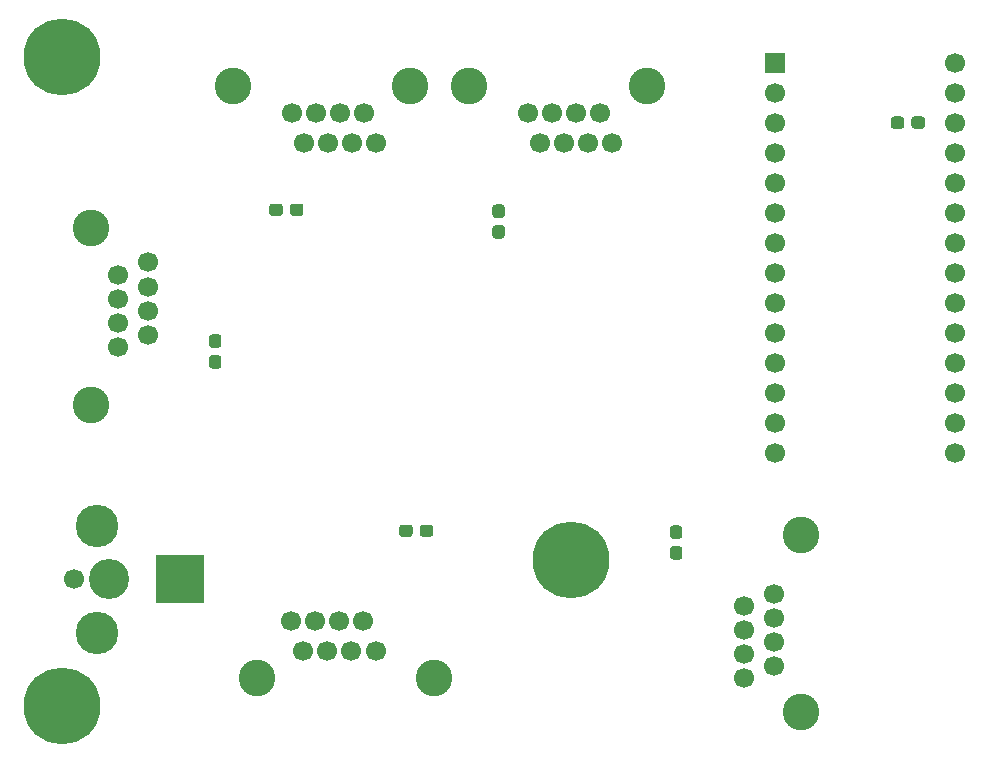
<source format=gbs>
G04 #@! TF.GenerationSoftware,KiCad,Pcbnew,5.1.6-c6e7f7d~87~ubuntu19.10.1*
G04 #@! TF.CreationDate,2023-03-13T14:52:07-06:00*
G04 #@! TF.ProjectId,twm,74776d2e-6b69-4636-9164-5f7063625858,rev?*
G04 #@! TF.SameCoordinates,Original*
G04 #@! TF.FileFunction,Soldermask,Bot*
G04 #@! TF.FilePolarity,Negative*
%FSLAX46Y46*%
G04 Gerber Fmt 4.6, Leading zero omitted, Abs format (unit mm)*
G04 Created by KiCad (PCBNEW 5.1.6-c6e7f7d~87~ubuntu19.10.1) date 2023-03-13 14:52:07*
%MOMM*%
%LPD*%
G01*
G04 APERTURE LIST*
%ADD10C,6.500000*%
%ADD11C,1.700000*%
%ADD12C,3.100000*%
%ADD13R,1.700000X1.700000*%
%ADD14C,3.600000*%
%ADD15C,3.400000*%
%ADD16R,4.100000X4.100000*%
G04 APERTURE END LIST*
D10*
X139120000Y-98570000D03*
X96000000Y-111000000D03*
X96000000Y-56000000D03*
D11*
X115450000Y-60735000D03*
X116470000Y-63265000D03*
X117490000Y-60735000D03*
X118510000Y-63265000D03*
X119530000Y-60735000D03*
X120550000Y-63265000D03*
X121570000Y-60735000D03*
X122590000Y-63265000D03*
D12*
X110500000Y-58435000D03*
X125500000Y-58435000D03*
D11*
X135450000Y-60735000D03*
X136470000Y-63265000D03*
X137490000Y-60735000D03*
X138510000Y-63265000D03*
X139530000Y-60735000D03*
X140550000Y-63265000D03*
X141570000Y-60735000D03*
X142590000Y-63265000D03*
D12*
X130500000Y-58435000D03*
X145500000Y-58435000D03*
D11*
X156265000Y-101450000D03*
X153735000Y-102470000D03*
X156265000Y-103490000D03*
X153735000Y-104510000D03*
X156265000Y-105530000D03*
X153735000Y-106550000D03*
X156265000Y-107570000D03*
X153735000Y-108590000D03*
D12*
X158565000Y-96500000D03*
X158565000Y-111500000D03*
D11*
X122550000Y-106265000D03*
X121530000Y-103735000D03*
X120510000Y-106265000D03*
X119490000Y-103735000D03*
X118470000Y-106265000D03*
X117450000Y-103735000D03*
X116430000Y-106265000D03*
X115410000Y-103735000D03*
D12*
X127500000Y-108565000D03*
X112500000Y-108565000D03*
D11*
X100735000Y-80550000D03*
X103265000Y-79530000D03*
X100735000Y-78510000D03*
X103265000Y-77490000D03*
X100735000Y-76470000D03*
X103265000Y-75450000D03*
X100735000Y-74430000D03*
X103265000Y-73410000D03*
D12*
X98435000Y-85500000D03*
X98435000Y-70500000D03*
D11*
X171620000Y-89510000D03*
X156380000Y-89510000D03*
X171620000Y-86970000D03*
X171620000Y-84430000D03*
X171620000Y-81890000D03*
X171620000Y-79350000D03*
X171620000Y-76810000D03*
X171620000Y-74270000D03*
X171620000Y-71730000D03*
X171620000Y-69190000D03*
X171620000Y-66650000D03*
X171620000Y-64110000D03*
X171620000Y-61570000D03*
X171620000Y-59030000D03*
X171620000Y-56490000D03*
X156380000Y-86970000D03*
X156380000Y-84430000D03*
X156380000Y-81890000D03*
X156380000Y-79350000D03*
X156380000Y-76810000D03*
X156380000Y-74270000D03*
X156380000Y-71730000D03*
X156380000Y-69190000D03*
X156380000Y-66650000D03*
X156380000Y-64110000D03*
X156380000Y-61570000D03*
X156380000Y-59030000D03*
D13*
X156380000Y-56490000D03*
G36*
G01*
X115300000Y-69212499D02*
X115300000Y-68687499D01*
G75*
G02*
X115562500Y-68424999I262500J0D01*
G01*
X116187500Y-68424999D01*
G75*
G02*
X116450000Y-68687499I0J-262500D01*
G01*
X116450000Y-69212499D01*
G75*
G02*
X116187500Y-69474999I-262500J0D01*
G01*
X115562500Y-69474999D01*
G75*
G02*
X115300000Y-69212499I0J262500D01*
G01*
G37*
G36*
G01*
X113550000Y-69212499D02*
X113550000Y-68687499D01*
G75*
G02*
X113812500Y-68424999I262500J0D01*
G01*
X114437500Y-68424999D01*
G75*
G02*
X114700000Y-68687499I0J-262500D01*
G01*
X114700000Y-69212499D01*
G75*
G02*
X114437500Y-69474999I-262500J0D01*
G01*
X113812500Y-69474999D01*
G75*
G02*
X113550000Y-69212499I0J262500D01*
G01*
G37*
G36*
G01*
X148262500Y-96825000D02*
X147737500Y-96825000D01*
G75*
G02*
X147475000Y-96562500I0J262500D01*
G01*
X147475000Y-95937500D01*
G75*
G02*
X147737500Y-95675000I262500J0D01*
G01*
X148262500Y-95675000D01*
G75*
G02*
X148525000Y-95937500I0J-262500D01*
G01*
X148525000Y-96562500D01*
G75*
G02*
X148262500Y-96825000I-262500J0D01*
G01*
G37*
G36*
G01*
X148262500Y-98575000D02*
X147737500Y-98575000D01*
G75*
G02*
X147475000Y-98312500I0J262500D01*
G01*
X147475000Y-97687500D01*
G75*
G02*
X147737500Y-97425000I262500J0D01*
G01*
X148262500Y-97425000D01*
G75*
G02*
X148525000Y-97687500I0J-262500D01*
G01*
X148525000Y-98312500D01*
G75*
G02*
X148262500Y-98575000I-262500J0D01*
G01*
G37*
G36*
G01*
X109237502Y-80649999D02*
X108712502Y-80649999D01*
G75*
G02*
X108450002Y-80387499I0J262500D01*
G01*
X108450002Y-79762499D01*
G75*
G02*
X108712502Y-79499999I262500J0D01*
G01*
X109237502Y-79499999D01*
G75*
G02*
X109500002Y-79762499I0J-262500D01*
G01*
X109500002Y-80387499D01*
G75*
G02*
X109237502Y-80649999I-262500J0D01*
G01*
G37*
G36*
G01*
X109237502Y-82399999D02*
X108712502Y-82399999D01*
G75*
G02*
X108450002Y-82137499I0J262500D01*
G01*
X108450002Y-81512499D01*
G75*
G02*
X108712502Y-81249999I262500J0D01*
G01*
X109237502Y-81249999D01*
G75*
G02*
X109500002Y-81512499I0J-262500D01*
G01*
X109500002Y-82137499D01*
G75*
G02*
X109237502Y-82399999I-262500J0D01*
G01*
G37*
G36*
G01*
X126300000Y-96387500D02*
X126300000Y-95862500D01*
G75*
G02*
X126562500Y-95600000I262500J0D01*
G01*
X127187500Y-95600000D01*
G75*
G02*
X127450000Y-95862500I0J-262500D01*
G01*
X127450000Y-96387500D01*
G75*
G02*
X127187500Y-96650000I-262500J0D01*
G01*
X126562500Y-96650000D01*
G75*
G02*
X126300000Y-96387500I0J262500D01*
G01*
G37*
G36*
G01*
X124550000Y-96387500D02*
X124550000Y-95862500D01*
G75*
G02*
X124812500Y-95600000I262500J0D01*
G01*
X125437500Y-95600000D01*
G75*
G02*
X125700000Y-95862500I0J-262500D01*
G01*
X125700000Y-96387500D01*
G75*
G02*
X125437500Y-96650000I-262500J0D01*
G01*
X124812500Y-96650000D01*
G75*
G02*
X124550000Y-96387500I0J262500D01*
G01*
G37*
G36*
G01*
X132712502Y-70249999D02*
X133237502Y-70249999D01*
G75*
G02*
X133500002Y-70512499I0J-262500D01*
G01*
X133500002Y-71137499D01*
G75*
G02*
X133237502Y-71399999I-262500J0D01*
G01*
X132712502Y-71399999D01*
G75*
G02*
X132450002Y-71137499I0J262500D01*
G01*
X132450002Y-70512499D01*
G75*
G02*
X132712502Y-70249999I262500J0D01*
G01*
G37*
G36*
G01*
X132712502Y-68499999D02*
X133237502Y-68499999D01*
G75*
G02*
X133500002Y-68762499I0J-262500D01*
G01*
X133500002Y-69387499D01*
G75*
G02*
X133237502Y-69649999I-262500J0D01*
G01*
X132712502Y-69649999D01*
G75*
G02*
X132450002Y-69387499I0J262500D01*
G01*
X132450002Y-68762499D01*
G75*
G02*
X132712502Y-68499999I262500J0D01*
G01*
G37*
D11*
X97000000Y-100250000D03*
D14*
X99000000Y-104750000D03*
X99000000Y-95750000D03*
D15*
X100000000Y-100250000D03*
D16*
X106000000Y-100250000D03*
G36*
G01*
X167320000Y-61307500D02*
X167320000Y-61832500D01*
G75*
G02*
X167057500Y-62095000I-262500J0D01*
G01*
X166432500Y-62095000D01*
G75*
G02*
X166170000Y-61832500I0J262500D01*
G01*
X166170000Y-61307500D01*
G75*
G02*
X166432500Y-61045000I262500J0D01*
G01*
X167057500Y-61045000D01*
G75*
G02*
X167320000Y-61307500I0J-262500D01*
G01*
G37*
G36*
G01*
X169070000Y-61307500D02*
X169070000Y-61832500D01*
G75*
G02*
X168807500Y-62095000I-262500J0D01*
G01*
X168182500Y-62095000D01*
G75*
G02*
X167920000Y-61832500I0J262500D01*
G01*
X167920000Y-61307500D01*
G75*
G02*
X168182500Y-61045000I262500J0D01*
G01*
X168807500Y-61045000D01*
G75*
G02*
X169070000Y-61307500I0J-262500D01*
G01*
G37*
M02*

</source>
